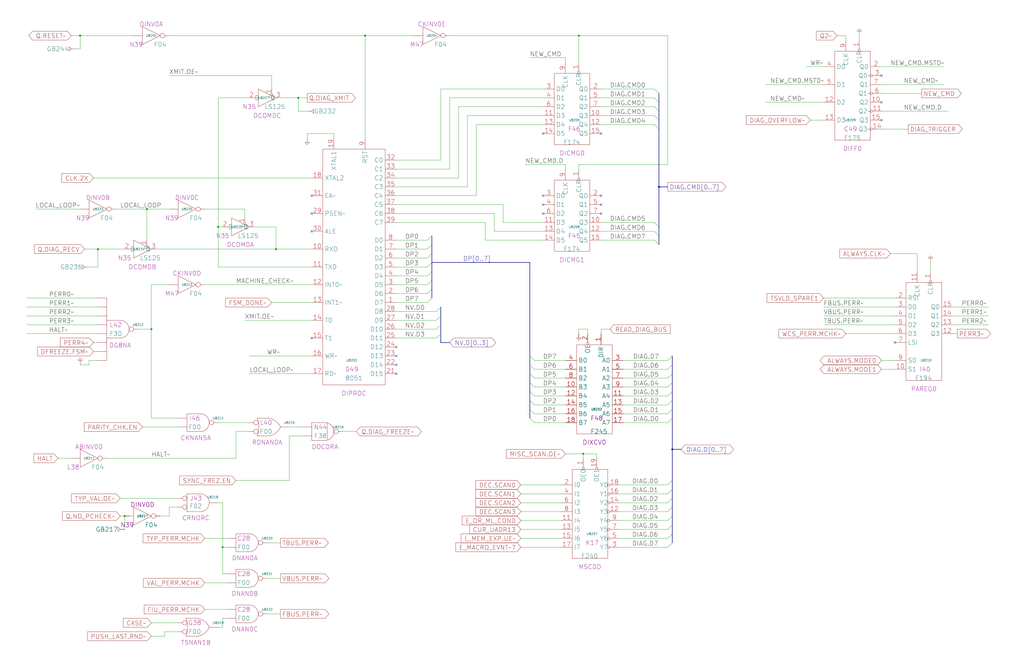
<source format=kicad_sch>
(kicad_sch (version 20220126) (generator eeschema)
  (paper "User" 584.2 378.46)
  (title_block (title "DIAGNOSTIC PROCESSOR") (date "22-MAY-90") (rev "1.0") (comment 1 "SEQUENCER") (comment 2 "232-003064") (comment 3 "S400") (comment 4 "RELEASED"))
  (bus (pts (xy 246.38 134.62) (xy 246.38 139.7)))
  (bus (pts (xy 246.38 139.7) (xy 246.38 144.78)))
  (bus (pts (xy 246.38 144.78) (xy 246.38 149.86)))
  (bus (pts (xy 246.38 149.86) (xy 246.38 154.94)))
  (bus (pts (xy 246.38 149.86) (xy 302.26 149.86)))
  (bus (pts (xy 246.38 154.94) (xy 246.38 160.02)))
  (bus (pts (xy 246.38 160.02) (xy 246.38 165.1)))
  (bus (pts (xy 246.38 165.1) (xy 246.38 170.18)))
  (bus (pts (xy 251.46 175.26) (xy 251.46 180.34)))
  (bus (pts (xy 251.46 180.34) (xy 251.46 185.42)))
  (bus (pts (xy 251.46 185.42) (xy 251.46 190.5)))
  (bus (pts (xy 251.46 190.5) (xy 251.46 195.58)))
  (bus (pts (xy 251.46 195.58) (xy 256.54 195.58)))
  (bus (pts (xy 302.26 149.86) (xy 302.26 203.2)))
  (bus (pts (xy 302.26 203.2) (xy 302.26 208.28)))
  (bus (pts (xy 302.26 208.28) (xy 302.26 213.36)))
  (bus (pts (xy 302.26 213.36) (xy 302.26 218.44)))
  (bus (pts (xy 302.26 218.44) (xy 302.26 223.52)))
  (bus (pts (xy 302.26 223.52) (xy 302.26 228.6)))
  (bus (pts (xy 302.26 228.6) (xy 302.26 233.68)))
  (bus (pts (xy 302.26 233.68) (xy 302.26 238.76)))
  (bus (pts (xy 375.92 106.68) (xy 375.92 129.54)))
  (bus (pts (xy 375.92 106.68) (xy 381 106.68)))
  (bus (pts (xy 375.92 129.54) (xy 375.92 134.62)))
  (bus (pts (xy 375.92 134.62) (xy 375.92 139.7)))
  (bus (pts (xy 375.92 53.34) (xy 375.92 58.42)))
  (bus (pts (xy 375.92 58.42) (xy 375.92 63.5)))
  (bus (pts (xy 375.92 63.5) (xy 375.92 68.58)))
  (bus (pts (xy 375.92 68.58) (xy 375.92 73.66)))
  (bus (pts (xy 375.92 73.66) (xy 375.92 106.68)))
  (bus (pts (xy 383.54 203.2) (xy 383.54 208.28)))
  (bus (pts (xy 383.54 208.28) (xy 383.54 213.36)))
  (bus (pts (xy 383.54 213.36) (xy 383.54 218.44)))
  (bus (pts (xy 383.54 218.44) (xy 383.54 223.52)))
  (bus (pts (xy 383.54 223.52) (xy 383.54 228.6)))
  (bus (pts (xy 383.54 228.6) (xy 383.54 233.68)))
  (bus (pts (xy 383.54 233.68) (xy 383.54 238.76)))
  (bus (pts (xy 383.54 238.76) (xy 383.54 256.54)))
  (bus (pts (xy 383.54 256.54) (xy 383.54 274.32)))
  (bus (pts (xy 383.54 256.54) (xy 388.62 256.54)))
  (bus (pts (xy 383.54 274.32) (xy 383.54 279.4)))
  (bus (pts (xy 383.54 279.4) (xy 383.54 284.48)))
  (bus (pts (xy 383.54 284.48) (xy 383.54 289.56)))
  (bus (pts (xy 383.54 289.56) (xy 383.54 294.64)))
  (bus (pts (xy 383.54 294.64) (xy 383.54 299.72)))
  (bus (pts (xy 383.54 299.72) (xy 383.54 304.8)))
  (bus (pts (xy 383.54 304.8) (xy 383.54 309.88)))
  (wire (pts (xy 101.6 238.76) (xy 86.36 238.76)))
  (wire (pts (xy 101.6 289.56) (xy 96.52 289.56)))
  (wire (pts (xy 101.6 360.68) (xy 93.98 360.68)))
  (wire (pts (xy 116.84 119.38) (xy 139.7 119.38)))
  (wire (pts (xy 116.84 162.56) (xy 177.8 162.56)))
  (wire (pts (xy 116.84 307.34) (xy 129.54 307.34)))
  (wire (pts (xy 116.84 332.74) (xy 129.54 332.74)))
  (wire (pts (xy 116.84 347.98) (xy 129.54 347.98)))
  (wire (pts (xy 124.46 129.54) (xy 124.46 152.4)))
  (wire (pts (xy 124.46 129.54) (xy 127 129.54)))
  (wire (pts (xy 124.46 152.4) (xy 177.8 152.4)))
  (wire (pts (xy 124.46 241.3) (xy 142.24 241.3)))
  (wire (pts (xy 124.46 287.02) (xy 127 287.02)))
  (wire (pts (xy 124.46 55.88) (xy 124.46 129.54)))
  (wire (pts (xy 127 287.02) (xy 127 312.42)))
  (wire (pts (xy 127 312.42) (xy 127 327.66)))
  (wire (pts (xy 127 312.42) (xy 129.54 312.42)))
  (wire (pts (xy 127 327.66) (xy 129.54 327.66)))
  (wire (pts (xy 127 353.06) (xy 127 358.14)))
  (wire (pts (xy 127 358.14) (xy 124.46 358.14)))
  (wire (pts (xy 129.54 353.06) (xy 127 353.06)))
  (wire (pts (xy 134.62 246.38) (xy 142.24 246.38)))
  (wire (pts (xy 134.62 261.62) (xy 134.62 246.38)))
  (wire (pts (xy 134.62 274.32) (xy 165.1 274.32)))
  (wire (pts (xy 139.7 119.38) (xy 139.7 124.46)))
  (wire (pts (xy 139.7 182.88) (xy 177.8 182.88)))
  (wire (pts (xy 142.24 203.2) (xy 177.8 203.2)))
  (wire (pts (xy 142.24 213.36) (xy 177.8 213.36)))
  (wire (pts (xy 142.24 55.88) (xy 124.46 55.88)))
  (wire (pts (xy 144.78 129.54) (xy 157.48 129.54)))
  (wire (pts (xy 15.24 170.18) (xy 55.88 170.18)))
  (wire (pts (xy 15.24 175.26) (xy 55.88 175.26)))
  (wire (pts (xy 15.24 180.34) (xy 55.88 180.34)))
  (wire (pts (xy 15.24 185.42) (xy 55.88 185.42)))
  (wire (pts (xy 15.24 190.5) (xy 55.88 190.5)))
  (wire (pts (xy 152.4 309.88) (xy 160.02 309.88)))
  (wire (pts (xy 152.4 330.2) (xy 160.02 330.2)))
  (wire (pts (xy 152.4 350.52) (xy 160.02 350.52)))
  (wire (pts (xy 154.94 172.72) (xy 177.8 172.72)))
  (wire (pts (xy 154.94 50.8) (xy 154.94 43.18)))
  (wire (pts (xy 157.48 129.54) (xy 157.48 142.24)))
  (wire (pts (xy 157.48 142.24) (xy 177.8 142.24)))
  (wire (pts (xy 160.02 55.88) (xy 170.18 55.88)))
  (wire (pts (xy 165.1 243.84) (xy 172.72 243.84)))
  (wire (pts (xy 165.1 248.92) (xy 172.72 248.92)))
  (wire (pts (xy 165.1 274.32) (xy 165.1 248.92)))
  (wire (pts (xy 170.18 55.88) (xy 175.26 55.88)))
  (wire (pts (xy 170.18 63.5) (xy 170.18 55.88)))
  (wire (pts (xy 175.26 63.5) (xy 170.18 63.5)))
  (wire (pts (xy 175.26 76.2) (xy 190.5 76.2)))
  (wire (pts (xy 175.26 78.74) (xy 175.26 76.2)))
  (wire (pts (xy 190.5 76.2) (xy 190.5 78.74)))
  (wire (pts (xy 195.58 246.38) (xy 203.2 246.38)))
  (wire (pts (xy 20.32 119.38) (xy 45.72 119.38)))
  (wire (pts (xy 208.28 20.32) (xy 236.22 20.32)))
  (wire (pts (xy 208.28 78.74) (xy 208.28 20.32)))
  (wire (pts (xy 226.06 101.6) (xy 261.62 101.6)))
  (wire (pts (xy 226.06 106.68) (xy 266.7 106.68)))
  (wire (pts (xy 226.06 111.76) (xy 271.78 111.76)))
  (wire (pts (xy 226.06 116.84) (xy 287.02 116.84)))
  (wire (pts (xy 226.06 121.92) (xy 281.94 121.92)))
  (wire (pts (xy 226.06 127) (xy 276.86 127)))
  (wire (pts (xy 226.06 137.16) (xy 243.84 137.16)))
  (wire (pts (xy 226.06 142.24) (xy 243.84 142.24)))
  (wire (pts (xy 226.06 147.32) (xy 243.84 147.32)))
  (wire (pts (xy 226.06 152.4) (xy 243.84 152.4)))
  (wire (pts (xy 226.06 157.48) (xy 243.84 157.48)))
  (wire (pts (xy 226.06 162.56) (xy 243.84 162.56)))
  (wire (pts (xy 226.06 167.64) (xy 243.84 167.64)))
  (wire (pts (xy 226.06 172.72) (xy 243.84 172.72)))
  (wire (pts (xy 226.06 177.8) (xy 248.92 177.8)))
  (wire (pts (xy 226.06 182.88) (xy 248.92 182.88)))
  (wire (pts (xy 226.06 187.96) (xy 248.92 187.96)))
  (wire (pts (xy 226.06 193.04) (xy 248.92 193.04)))
  (wire (pts (xy 226.06 91.44) (xy 251.46 91.44)))
  (wire (pts (xy 226.06 96.52) (xy 256.54 96.52)))
  (wire (pts (xy 251.46 50.8) (xy 309.88 50.8)))
  (wire (pts (xy 251.46 91.44) (xy 251.46 50.8)))
  (wire (pts (xy 256.54 20.32) (xy 330.2 20.32)))
  (wire (pts (xy 256.54 55.88) (xy 309.88 55.88)))
  (wire (pts (xy 256.54 96.52) (xy 256.54 55.88)))
  (wire (pts (xy 261.62 101.6) (xy 261.62 60.96)))
  (wire (pts (xy 261.62 60.96) (xy 309.88 60.96)))
  (wire (pts (xy 266.7 106.68) (xy 266.7 66.04)))
  (wire (pts (xy 266.7 66.04) (xy 309.88 66.04)))
  (wire (pts (xy 271.78 111.76) (xy 271.78 71.12)))
  (wire (pts (xy 271.78 71.12) (xy 309.88 71.12)))
  (wire (pts (xy 276.86 127) (xy 276.86 137.16)))
  (wire (pts (xy 276.86 137.16) (xy 309.88 137.16)))
  (wire (pts (xy 281.94 121.92) (xy 281.94 132.08)))
  (wire (pts (xy 281.94 132.08) (xy 309.88 132.08)))
  (wire (pts (xy 287.02 116.84) (xy 287.02 127)))
  (wire (pts (xy 287.02 127) (xy 309.88 127)))
  (wire (pts (xy 297.18 276.86) (xy 320.04 276.86)))
  (wire (pts (xy 297.18 281.94) (xy 320.04 281.94)))
  (wire (pts (xy 297.18 287.02) (xy 320.04 287.02)))
  (wire (pts (xy 297.18 292.1) (xy 320.04 292.1)))
  (wire (pts (xy 297.18 297.18) (xy 320.04 297.18)))
  (wire (pts (xy 297.18 302.26) (xy 320.04 302.26)))
  (wire (pts (xy 297.18 307.34) (xy 320.04 307.34)))
  (wire (pts (xy 297.18 312.42) (xy 320.04 312.42)))
  (wire (pts (xy 299.72 93.98) (xy 322.58 93.98)))
  (wire (pts (xy 302.26 33.02) (xy 322.58 33.02)))
  (wire (pts (xy 322.58 205.74) (xy 304.8 205.74)))
  (wire (pts (xy 322.58 210.82) (xy 304.8 210.82)))
  (wire (pts (xy 322.58 215.9) (xy 304.8 215.9)))
  (wire (pts (xy 322.58 220.98) (xy 304.8 220.98)))
  (wire (pts (xy 322.58 226.06) (xy 304.8 226.06)))
  (wire (pts (xy 322.58 231.14) (xy 304.8 231.14)))
  (wire (pts (xy 322.58 236.22) (xy 304.8 236.22)))
  (wire (pts (xy 322.58 241.3) (xy 304.8 241.3)))
  (wire (pts (xy 322.58 259.08) (xy 332.74 259.08)))
  (wire (pts (xy 322.58 33.02) (xy 322.58 35.56)))
  (wire (pts (xy 322.58 93.98) (xy 322.58 96.52)))
  (wire (pts (xy 33.02 261.62) (xy 40.64 261.62)))
  (wire (pts (xy 330.2 187.96) (xy 330.2 190.5)))
  (wire (pts (xy 330.2 20.32) (xy 330.2 35.56)))
  (wire (pts (xy 330.2 20.32) (xy 381 20.32)))
  (wire (pts (xy 330.2 93.98) (xy 381 93.98)))
  (wire (pts (xy 330.2 96.52) (xy 330.2 93.98)))
  (wire (pts (xy 332.74 259.08) (xy 332.74 261.62)))
  (wire (pts (xy 332.74 259.08) (xy 340.36 259.08)))
  (wire (pts (xy 335.28 187.96) (xy 330.2 187.96)))
  (wire (pts (xy 335.28 190.5) (xy 335.28 187.96)))
  (wire (pts (xy 340.36 259.08) (xy 340.36 261.62)))
  (wire (pts (xy 342.9 127) (xy 373.38 127)))
  (wire (pts (xy 342.9 132.08) (xy 373.38 132.08)))
  (wire (pts (xy 342.9 137.16) (xy 373.38 137.16)))
  (wire (pts (xy 342.9 187.96) (xy 342.9 190.5)))
  (wire (pts (xy 342.9 50.8) (xy 373.38 50.8)))
  (wire (pts (xy 342.9 55.88) (xy 373.38 55.88)))
  (wire (pts (xy 342.9 60.96) (xy 373.38 60.96)))
  (wire (pts (xy 342.9 66.04) (xy 373.38 66.04)))
  (wire (pts (xy 342.9 71.12) (xy 373.38 71.12)))
  (wire (pts (xy 347.98 187.96) (xy 342.9 187.96)))
  (wire (pts (xy 353.06 276.86) (xy 381 276.86)))
  (wire (pts (xy 353.06 281.94) (xy 381 281.94)))
  (wire (pts (xy 353.06 287.02) (xy 381 287.02)))
  (wire (pts (xy 353.06 292.1) (xy 381 292.1)))
  (wire (pts (xy 353.06 297.18) (xy 381 297.18)))
  (wire (pts (xy 353.06 302.26) (xy 381 302.26)))
  (wire (pts (xy 353.06 307.34) (xy 381 307.34)))
  (wire (pts (xy 353.06 312.42) (xy 381 312.42)))
  (wire (pts (xy 381 205.74) (xy 355.6 205.74)))
  (wire (pts (xy 381 210.82) (xy 355.6 210.82)))
  (wire (pts (xy 381 215.9) (xy 355.6 215.9)))
  (wire (pts (xy 381 220.98) (xy 355.6 220.98)))
  (wire (pts (xy 381 226.06) (xy 355.6 226.06)))
  (wire (pts (xy 381 231.14) (xy 355.6 231.14)))
  (wire (pts (xy 381 236.22) (xy 355.6 236.22)))
  (wire (pts (xy 381 241.3) (xy 355.6 241.3)))
  (wire (pts (xy 381 93.98) (xy 381 20.32)))
  (wire (pts (xy 40.64 20.32) (xy 45.72 20.32)))
  (wire (pts (xy 43.18 27.94) (xy 45.72 27.94)))
  (wire (pts (xy 436.88 48.26) (xy 469.9 48.26)))
  (wire (pts (xy 436.88 58.42) (xy 469.9 58.42)))
  (wire (pts (xy 45.72 20.32) (xy 76.2 20.32)))
  (wire (pts (xy 45.72 208.28) (xy 50.8 208.28)))
  (wire (pts (xy 45.72 27.94) (xy 45.72 20.32)))
  (wire (pts (xy 459.74 38.1) (xy 469.9 38.1)))
  (wire (pts (xy 462.28 68.58) (xy 469.9 68.58)))
  (wire (pts (xy 469.9 170.18) (xy 510.54 170.18)))
  (wire (pts (xy 469.9 175.26) (xy 510.54 175.26)))
  (wire (pts (xy 469.9 180.34) (xy 510.54 180.34)))
  (wire (pts (xy 469.9 185.42) (xy 510.54 185.42)))
  (wire (pts (xy 477.52 20.32) (xy 482.6 20.32)))
  (wire (pts (xy 48.26 142.24) (xy 55.88 142.24)))
  (wire (pts (xy 482.6 190.5) (xy 510.54 190.5)))
  (wire (pts (xy 482.6 20.32) (xy 482.6 22.86)))
  (wire (pts (xy 490.22 20.32) (xy 490.22 22.86)))
  (wire (pts (xy 50.8 152.4) (xy 55.88 152.4)))
  (wire (pts (xy 50.8 205.74) (xy 50.8 208.28)))
  (wire (pts (xy 502.92 205.74) (xy 510.54 205.74)))
  (wire (pts (xy 502.92 210.82) (xy 510.54 210.82)))
  (wire (pts (xy 502.92 38.1) (xy 538.48 38.1)))
  (wire (pts (xy 502.92 48.26) (xy 538.48 48.26)))
  (wire (pts (xy 502.92 53.34) (xy 525.78 53.34)))
  (wire (pts (xy 502.92 63.5) (xy 541.02 63.5)))
  (wire (pts (xy 502.92 73.66) (xy 518.16 73.66)))
  (wire (pts (xy 508 144.78) (xy 523.24 144.78)))
  (wire (pts (xy 523.24 154.94) (xy 523.24 144.78)))
  (wire (pts (xy 53.34 101.6) (xy 177.8 101.6)))
  (wire (pts (xy 53.34 195.58) (xy 55.88 195.58)))
  (wire (pts (xy 53.34 200.66) (xy 55.88 200.66)))
  (wire (pts (xy 530.86 149.86) (xy 530.86 154.94)))
  (wire (pts (xy 543.56 175.26) (xy 563.88 175.26)))
  (wire (pts (xy 543.56 180.34) (xy 563.88 180.34)))
  (wire (pts (xy 543.56 185.42) (xy 563.88 185.42)))
  (wire (pts (xy 543.56 190.5) (xy 546.1 190.5)))
  (wire (pts (xy 55.88 142.24) (xy 71.12 142.24)))
  (wire (pts (xy 55.88 152.4) (xy 55.88 142.24)))
  (wire (pts (xy 55.88 205.74) (xy 50.8 205.74)))
  (wire (pts (xy 60.96 261.62) (xy 134.62 261.62)))
  (wire (pts (xy 66.04 119.38) (xy 83.82 119.38)))
  (wire (pts (xy 68.58 284.48) (xy 101.6 284.48)))
  (wire (pts (xy 68.58 294.64) (xy 71.12 294.64)))
  (wire (pts (xy 71.12 294.64) (xy 71.12 302.26)))
  (wire (pts (xy 78.74 187.96) (xy 86.36 187.96)))
  (wire (pts (xy 81.28 243.84) (xy 101.6 243.84)))
  (wire (pts (xy 83.82 119.38) (xy 83.82 137.16)))
  (wire (pts (xy 83.82 119.38) (xy 96.52 119.38)))
  (wire (pts (xy 86.36 162.56) (xy 96.52 162.56)))
  (wire (pts (xy 86.36 187.96) (xy 86.36 162.56)))
  (wire (pts (xy 86.36 238.76) (xy 86.36 187.96)))
  (wire (pts (xy 86.36 355.6) (xy 101.6 355.6)))
  (wire (pts (xy 86.36 363.22) (xy 93.98 363.22)))
  (wire (pts (xy 88.9 142.24) (xy 157.48 142.24)))
  (wire (pts (xy 91.44 294.64) (xy 96.52 294.64)))
  (wire (pts (xy 93.98 360.68) (xy 93.98 363.22)))
  (wire (pts (xy 96.52 20.32) (xy 208.28 20.32)))
  (wire (pts (xy 96.52 289.56) (xy 96.52 294.64)))
  (wire (pts (xy 96.52 43.18) (xy 154.94 43.18)))
  (label "LOCAL_LOOP~" (at 20.32 119.38 0) (effects (font (size 2.54 2.54))))
  (label "PERR0~" (at 27.94 170.18 0) (effects (font (size 2.54 2.54))))
  (label "PERR1~" (at 27.94 175.26 0) (effects (font (size 2.54 2.54))))
  (label "PERR2~" (at 27.94 180.34 0) (effects (font (size 2.54 2.54))))
  (label "PERR3~" (at 27.94 185.42 0) (effects (font (size 2.54 2.54))))
  (label "HALT~" (at 27.94 190.5 0) (effects (font (size 2.54 2.54))))
  (global_label "HALT" (shape input) (at 33.02 261.62 180) (effects (font (size 2.54 2.54))) (property "Intersheet References" "${INTERSHEET_REFS}" (at 19.3645 261.4613 0) (effects (font (size 1.905 1.905)) (justify right))))
  (global_label "Q.RESET~" (shape bidirectional) (at 40.64 20.32 180) (effects (font (size 2.54 2.54))) (property "Intersheet References" "${INTERSHEET_REFS}" (at 18.6388 20.1613 0) (effects (font (size 1.905 1.905)) (justify right))))
  (symbol (lib_id "r1000:GB") (at 43.18 27.94 0) (mirror y) (unit 1)
    (property "Reference" "GB244" (at 39.37 27.94 0) (effects (font (size 2.54 2.54)) (justify left)))
    (property "Value" "GB" (effects hide))
  )
  (junction (at 45.72 20.32))
  (symbol (lib_id "r1000:PU") (at 45.72 208.28 0) (unit 1)
    (property "Reference" "#PWR0119" (effects hide))
    (property "Value" "PU" (effects hide))
  )
  (global_label "Q.DIAG_RECV" (shape input) (at 48.26 142.24 180) (effects (font (size 2.54 2.54))) (property "Intersheet References" "${INTERSHEET_REFS}" (at 19.2254 142.0813 0) (effects (font (size 1.905 1.905)) (justify right))))
  (symbol (lib_id "r1000:GB") (at 50.8 152.4 0) (mirror y) (unit 1)
    (property "Reference" "GB236" (at 46.99 152.4 0) (effects (font (size 2.54 2.54)) (justify left)))
    (property "Value" "GB" (effects hide))
  )
  (symbol (lib_id "r1000:F04") (at 50.8 261.62 0) (unit 1)
    (property "Reference" "U8211" (at 50.8 261.62 0))
    (property "Value" "F04" (at 52.07 266.7 0) (effects (font (size 2.54 2.54)) (justify left)))
    (property "Location" "L38" (at 38.1 266.7 0) (effects (font (size 2.54 2.54)) (justify left)))
    (property "Name" "ABINV0D" (at 50.8 256.54 0) (effects (font (size 2.54 2.54)) (justify bottom)))
  )
  (global_label "CLK.2X" (shape input) (at 53.34 101.6 180) (effects (font (size 2.54 2.54))) (property "Intersheet References" "${INTERSHEET_REFS}" (at 34.9492 101.4413 0) (effects (font (size 1.905 1.905)) (justify right))))
  (global_label "PERR4~" (shape input) (at 53.34 195.58 180) (effects (font (size 2.54 2.54))) (property "Intersheet References" "${INTERSHEET_REFS}" (at 34.3626 195.4213 0) (effects (font (size 1.905 1.905)) (justify right))))
  (global_label "DFREEZE.FSM~" (shape input) (at 53.34 200.66 180) (effects (font (size 2.54 2.54))) (property "Intersheet References" "${INTERSHEET_REFS}" (at 21.4207 200.5013 0) (effects (font (size 1.905 1.905)) (justify right))))
  (symbol (lib_id "r1000:F04") (at 55.88 119.38 0) (unit 1)
    (property "Reference" "U8223" (at 55.88 119.38 0))
    (property "Value" "F04" (at 57.15 124.46 0) (effects (font (size 2.54 2.54)) (justify left)))
    (property "Location" "N39" (at 43.18 124.46 0) (effects (font (size 2.54 2.54)) (justify left)))
    (property "Name" "DINV0B" (at 55.88 114.3 0) (effects (font (size 2.54 2.54)) (justify bottom)))
  )
  (junction (at 55.88 142.24))
  (symbol (lib_id "r1000:F30") (at 63.5 187.96 0) (unit 1)
    (property "Reference" "U8212" (at 78.74 185.42 0))
    (property "Value" "F30" (at 66.04 190.5 0) (effects (font (size 2.54 2.54))))
    (property "Location" "L42" (at 66.04 185.42 0) (effects (font (size 2.54 2.54))))
    (property "Name" "DG8NA" (at 68.58 198.58 0) (effects (font (size 2.54 2.54)) (justify bottom)))
  )
  (label "LOCAL_LOOP" (at 68.58 119.38 0) (effects (font (size 2.54 2.54))))
  (global_label "TYP_VAL.OE~" (shape input) (at 68.58 284.48 180) (effects (font (size 2.54 2.54))) (property "Intersheet References" "${INTERSHEET_REFS}" (at 40.773 284.3213 0) (effects (font (size 1.905 1.905)) (justify right))))
  (global_label "Q.NO_PCHECK~" (shape input) (at 68.58 294.64 180) (effects (font (size 2.54 2.54))) (property "Intersheet References" "${INTERSHEET_REFS}" (at 35.693 294.4813 0) (effects (font (size 1.905 1.905)) (justify right))))
  (junction (at 71.12 294.64))
  (symbol (lib_id "r1000:GB") (at 71.12 302.26 0) (mirror y) (unit 1)
    (property "Reference" "GB217" (at 67.31 302.26 0) (effects (font (size 2.54 2.54)) (justify left)))
    (property "Value" "GB" (effects hide))
  )
  (symbol (lib_id "r1000:LS125") (at 78.74 142.24 0) (unit 1)
    (property "Reference" "U8224" (at 79.375 142.24 0))
    (property "Value" "LS125" (at 85.725 147.32 0) (effects (font (size 2.54 2.54))))
    (property "Location" "N35" (at 71.12 147.32 0) (effects (font (size 2.54 2.54))))
    (property "Name" "DCOMDB" (at 81.28 152.4 0) (effects (font (size 2.54 2.54))))
  )
  (global_label "PARITY_CHK.EN" (shape input) (at 81.28 243.84 180) (effects (font (size 2.54 2.54))) (property "Intersheet References" "${INTERSHEET_REFS}" (at 48.0302 243.6813 0) (effects (font (size 1.905 1.905)) (justify right))))
  (symbol (lib_id "r1000:F04") (at 81.28 294.64 0) (unit 1)
    (property "Reference" "U8217" (at 81.28 294.64 0))
    (property "Value" "F04" (at 82.55 299.72 0) (effects (font (size 2.54 2.54)) (justify left)))
    (property "Location" "N39" (at 68.58 299.72 0) (effects (font (size 2.54 2.54)) (justify left)))
    (property "Name" "DINV0D" (at 81.28 289.56 0) (effects (font (size 2.54 2.54)) (justify bottom)))
  )
  (junction (at 83.82 119.38))
  (symbol (lib_id "r1000:F04") (at 86.36 20.32 0) (unit 1)
    (property "Reference" "U8201" (at 86.36 20.32 0))
    (property "Value" "F04" (at 87.63 25.4 0) (effects (font (size 2.54 2.54)) (justify left)))
    (property "Location" "N39" (at 73.66 25.4 0) (effects (font (size 2.54 2.54)) (justify left)))
    (property "Name" "DINV0A" (at 86.36 15.24 0) (effects (font (size 2.54 2.54)) (justify bottom)))
  )
  (junction (at 86.36 187.96))
  (label "HALT~" (at 86.36 261.62 0) (effects (font (size 2.54 2.54))))
  (global_label "CASE~" (shape input) (at 86.36 355.6 180) (effects (font (size 2.54 2.54))) (property "Intersheet References" "${INTERSHEET_REFS}" (at 70.2854 355.4413 0) (effects (font (size 1.905 1.905)) (justify right))))
  (global_label "PUSH_LAST.RND~" (shape input) (at 86.36 363.22 180) (effects (font (size 2.54 2.54))) (property "Intersheet References" "${INTERSHEET_REFS}" (at 49.9654 363.0613 0) (effects (font (size 1.905 1.905)) (justify right))))
  (label "XMIT.OE~" (at 96.52 43.18 0) (effects (font (size 2.54 2.54))))
  (symbol (lib_id "r1000:F04") (at 106.68 119.38 0) (unit 1)
    (property "Reference" "U8225" (at 106.68 119.38 0))
    (property "Value" "F04" (at 107.95 124.46 0) (effects (font (size 2.54 2.54)) (justify left)))
    (property "Location" "N39" (at 93.98 124.46 0) (effects (font (size 2.54 2.54)) (justify left)))
    (property "Name" "DINV0C" (at 106.68 114.3 0) (effects (font (size 2.54 2.54)) (justify bottom)))
  )
  (symbol (lib_id "r1000:F04") (at 106.68 162.56 0) (unit 1)
    (property "Reference" "U8213" (at 106.68 162.56 0))
    (property "Value" "F04" (at 107.95 167.64 0) (effects (font (size 2.54 2.54)) (justify left)))
    (property "Location" "M47" (at 93.98 167.64 0) (effects (font (size 2.54 2.54)) (justify left)))
    (property "Name" "CKINV0D" (at 106.68 157.48 0) (effects (font (size 2.54 2.54)) (justify bottom)))
  )
  (symbol (lib_id "r1000:F00") (at 109.22 238.76 0) (unit 1)
    (property "Reference" "U8214" (at 124.46 238.76 0))
    (property "Value" "F00" (at 111.125 243.84 0) (effects (font (size 2.54 2.54))))
    (property "Location" "I46" (at 111.125 238.76 0) (effects (font (size 2.54 2.54))))
    (property "Name" "CKNAN5A" (at 111.76 251.46 0) (effects (font (size 2.54 2.54)) (justify bottom)))
  )
  (symbol (lib_id "r1000:F02") (at 109.22 284.48 0) (unit 1) (convert 2)
    (property "Reference" "U8218" (at 121.38 283.845 0))
    (property "Value" "F02" (at 107.95 288.925 0) (effects (font (size 2.54 2.54)) (justify left)))
    (property "Location" "J43" (at 111.76 284.48 0) (effects (font (size 2.54 2.54))))
    (property "Name" "CRNORC" (at 111.76 297.18 0) (effects (font (size 2.54 2.54)) (justify bottom)))
  )
  (symbol (lib_id "r1000:F00") (at 109.22 355.6 0) (unit 1) (convert 2)
    (property "Reference" "U8219" (at 124.46 355.6 0))
    (property "Value" "F00" (at 111.125 360.68 0) (effects (font (size 2.54 2.54))))
    (property "Location" "G38" (at 111.125 355.6 0) (effects (font (size 2.54 2.54))))
    (property "Name" "TSNAN1B" (at 111.76 368.3 0) (effects (font (size 2.54 2.54)) (justify bottom)))
  )
  (global_label "TYP_PERR.MCHK" (shape input) (at 116.84 307.34 180) (effects (font (size 2.54 2.54))) (property "Intersheet References" "${INTERSHEET_REFS}" (at 81.655 307.1813 0) (effects (font (size 1.905 1.905)) (justify right))))
  (global_label "VAL_PERR.MCHK" (shape input) (at 116.84 332.74 180) (effects (font (size 2.54 2.54))) (property "Intersheet References" "${INTERSHEET_REFS}" (at 81.8969 332.5813 0) (effects (font (size 1.905 1.905)) (justify right))))
  (global_label "FIU_PERR.MCHK" (shape input) (at 116.84 347.98 180) (effects (font (size 2.54 2.54))) (property "Intersheet References" "${INTERSHEET_REFS}" (at 82.2597 347.8213 0) (effects (font (size 1.905 1.905)) (justify right))))
  (junction (at 124.46 129.54))
  (junction (at 127 312.42))
  (symbol (lib_id "r1000:LS125") (at 134.62 129.54 0) (unit 1)
    (property "Reference" "U8226" (at 135.255 129.54 0))
    (property "Value" "LS125" (at 141.605 134.62 0) (effects (font (size 2.54 2.54))))
    (property "Location" "N35" (at 127 134.62 0) (effects (font (size 2.54 2.54))))
    (property "Name" "DCOMDA" (at 137.16 139.7 0) (effects (font (size 2.54 2.54))))
  )
  (label "MACHINE_CHECK~" (at 134.62 162.56 0) (effects (font (size 2.54 2.54))))
  (global_label "SYNC_FREZ.EN" (shape input) (at 134.62 274.32 180) (effects (font (size 2.54 2.54))) (property "Intersheet References" "${INTERSHEET_REFS}" (at 102.4588 274.1613 0) (effects (font (size 1.905 1.905)) (justify right))))
  (symbol (lib_id "r1000:F00") (at 137.16 307.34 0) (unit 1)
    (property "Reference" "U8220" (at 152.4 307.34 0))
    (property "Value" "F00" (at 139.065 312.42 0) (effects (font (size 2.54 2.54))))
    (property "Location" "C28" (at 139.065 307.34 0) (effects (font (size 2.54 2.54))))
    (property "Name" "DNAN0A" (at 139.7 320.04 0) (effects (font (size 2.54 2.54)) (justify bottom)))
  )
  (symbol (lib_id "r1000:F00") (at 137.16 327.66 0) (unit 1)
    (property "Reference" "U8221" (at 152.4 327.66 0))
    (property "Value" "F00" (at 139.065 332.74 0) (effects (font (size 2.54 2.54))))
    (property "Location" "C28" (at 139.065 327.66 0) (effects (font (size 2.54 2.54))))
    (property "Name" "DNAN0B" (at 139.7 340.36 0) (effects (font (size 2.54 2.54)) (justify bottom)))
  )
  (symbol (lib_id "r1000:F00") (at 137.16 347.98 0) (unit 1)
    (property "Reference" "U8222" (at 152.4 347.98 0))
    (property "Value" "F00" (at 139.065 353.06 0) (effects (font (size 2.54 2.54))))
    (property "Location" "C28" (at 139.065 347.98 0) (effects (font (size 2.54 2.54))))
    (property "Name" "DNAN0C" (at 139.7 360.68 0) (effects (font (size 2.54 2.54)) (justify bottom)))
  )
  (label "XMIT.OE~" (at 139.7 182.88 0) (effects (font (size 2.54 2.54))))
  (label "LOCAL_LOOP~" (at 142.24 213.36 0) (effects (font (size 2.54 2.54))))
  (symbol (lib_id "r1000:LS125") (at 149.86 55.88 0) (unit 1)
    (property "Reference" "U8227" (at 150.495 55.88 0))
    (property "Value" "LS125" (at 156.845 60.96 0) (effects (font (size 2.54 2.54))))
    (property "Location" "N35" (at 142.24 60.96 0) (effects (font (size 2.54 2.54))))
    (property "Name" "DCOMDC" (at 152.4 66.04 0) (effects (font (size 2.54 2.54))))
  )
  (symbol (lib_id "r1000:F00") (at 149.86 241.3 0) (unit 1) (convert 2)
    (property "Reference" "U8215" (at 165.1 241.3 0))
    (property "Value" "F00" (at 151.765 246.38 0) (effects (font (size 2.54 2.54))))
    (property "Location" "L40" (at 151.765 241.3 0) (effects (font (size 2.54 2.54))))
    (property "Name" "RDNAN0A" (at 152.4 254 0) (effects (font (size 2.54 2.54)) (justify bottom)))
  )
  (label "WR~" (at 152.4 203.2 0) (effects (font (size 2.54 2.54))))
  (global_label "FSM_DONE~" (shape input) (at 154.94 172.72 180) (effects (font (size 2.54 2.54))) (property "Intersheet References" "${INTERSHEET_REFS}" (at 128.7054 172.5613 0) (effects (font (size 1.905 1.905)) (justify right))))
  (junction (at 157.48 142.24))
  (global_label "TBUS.PERR~" (shape output) (at 160.02 309.88 0) (effects (font (size 2.54 2.54))) (property "Intersheet References" "${INTERSHEET_REFS}" (at 187.3431 309.7213 0) (effects (font (size 1.905 1.905)) (justify left))))
  (global_label "VBUS.PERR~" (shape output) (at 160.02 330.2 0) (effects (font (size 2.54 2.54))) (property "Intersheet References" "${INTERSHEET_REFS}" (at 187.585 330.0413 0) (effects (font (size 1.905 1.905)) (justify left))))
  (global_label "FBUS.PERR~" (shape output) (at 160.02 350.52 0) (effects (font (size 2.54 2.54))) (property "Intersheet References" "${INTERSHEET_REFS}" (at 187.585 350.3613 0) (effects (font (size 1.905 1.905)) (justify left))))
  (junction (at 170.18 55.88))
  (global_label "Q.DIAG_XMIT" (shape output) (at 175.26 55.88 0) (effects (font (size 2.54 2.54))) (property "Intersheet References" "${INTERSHEET_REFS}" (at 203.206 55.7213 0) (effects (font (size 1.905 1.905)) (justify left))))
  (symbol (lib_id "r1000:GB") (at 175.26 63.5 0) (unit 1)
    (property "Reference" "GB232" (at 179.07 63.5 0) (effects (font (size 2.54 2.54)) (justify left)))
    (property "Value" "GB" (effects hide))
  )
  (symbol (lib_id "r1000:PD") (at 175.26 78.74 0) (unit 1) (in_bom no)
    (property "Reference" "#PWR0102" (effects hide))
    (property "Value" "PD" (effects hide))
  )
  (no_connect (at 177.8 111.76))
  (no_connect (at 177.8 121.92))
  (no_connect (at 177.8 132.08))
  (no_connect (at 177.8 193.04))
  (symbol (lib_id "r1000:F38") (at 180.34 246.38 0) (unit 1)
    (property "Reference" "U8216" (at 193.04 243.84 0))
    (property "Value" "F38" (at 182.88 248.92 0) (effects (font (size 2.54 2.54))))
    (property "Location" "N44" (at 182.88 243.84 0) (effects (font (size 2.54 2.54))))
    (property "Name" "DOCDRA" (at 185.42 256.54 0) (effects (font (size 2.54 2.54)) (justify bottom)))
  )
  (symbol (lib_id "r1000:8051") (at 198.12 210.82 0) (unit 1)
    (property "Reference" "U8203" (at 200.66 205.74 0))
    (property "Value" "8051" (at 196.85 215.9 0) (effects (font (size 2.54 2.54)) (justify left)))
    (property "Location" "D49" (at 196.85 210.82 0) (effects (font (size 2.54 2.54)) (justify left)))
    (property "Name" "DIPROC" (at 201.93 226.06 0) (effects (font (size 2.54 2.54)) (justify bottom)))
  )
  (global_label "Q.DIAG_FREEZE~" (shape bidirectional) (at 203.2 246.38 0) (effects (font (size 2.54 2.54))) (property "Intersheet References" "${INTERSHEET_REFS}" (at 238.1431 246.2213 0) (effects (font (size 1.905 1.905)) (justify left))))
  (junction (at 208.28 20.32))
  (no_connect (at 226.06 198.12))
  (no_connect (at 226.06 203.2))
  (no_connect (at 226.06 208.28))
  (no_connect (at 226.06 213.36))
  (label "DP0" (at 231.14 137.16 0) (effects (font (size 2.54 2.54))))
  (label "DP1" (at 231.14 142.24 0) (effects (font (size 2.54 2.54))))
  (label "DP2" (at 231.14 147.32 0) (effects (font (size 2.54 2.54))))
  (label "DP3" (at 231.14 152.4 0) (effects (font (size 2.54 2.54))))
  (label "DP4" (at 231.14 157.48 0) (effects (font (size 2.54 2.54))))
  (label "DP5" (at 231.14 162.56 0) (effects (font (size 2.54 2.54))))
  (label "DP6" (at 231.14 167.64 0) (effects (font (size 2.54 2.54))))
  (label "DP7" (at 231.14 172.72 0) (effects (font (size 2.54 2.54))))
  (label "NV.D0" (at 231.14 177.8 0) (effects (font (size 2.54 2.54))))
  (label "NV.D1" (at 231.14 182.88 0) (effects (font (size 2.54 2.54))))
  (label "NV.D2" (at 231.14 187.96 0) (effects (font (size 2.54 2.54))))
  (label "NV.D3" (at 231.14 193.04 0) (effects (font (size 2.54 2.54))))
  (symbol (lib_id "r1000:F04") (at 246.38 20.32 0) (unit 1)
    (property "Reference" "U8204" (at 246.38 20.32 0))
    (property "Value" "F04" (at 247.65 25.4 0) (effects (font (size 2.54 2.54)) (justify left)))
    (property "Location" "M47" (at 233.68 25.4 0) (effects (font (size 2.54 2.54)) (justify left)))
    (property "Name" "CKINV0E" (at 246.38 15.24 0) (effects (font (size 2.54 2.54)) (justify bottom)))
  )
  (bus_entry (at 246.38 134.62) (size -2.54 2.54))
  (bus_entry (at 246.38 139.7) (size -2.54 2.54))
  (bus_entry (at 246.38 144.78) (size -2.54 2.54))
  (bus_entry (at 246.38 149.86) (size -2.54 2.54))
  (bus_entry (at 246.38 154.94) (size -2.54 2.54))
  (bus_entry (at 246.38 160.02) (size -2.54 2.54))
  (bus_entry (at 246.38 165.1) (size -2.54 2.54))
  (bus_entry (at 246.38 170.18) (size -2.54 2.54))
  (bus_entry (at 251.46 175.26) (size -2.54 2.54))
  (bus_entry (at 251.46 180.34) (size -2.54 2.54))
  (bus_entry (at 251.46 185.42) (size -2.54 2.54))
  (bus_entry (at 251.46 190.5) (size -2.54 2.54))
  (global_label "NV.D[0..3]" (shape bidirectional) (at 256.54 195.58 0) (effects (font (size 2.54 2.54))) (property "Intersheet References" "${INTERSHEET_REFS}" (at 280.5974 195.4213 0) (effects (font (size 1.905 1.905)) (justify left))))
  (label "DP[0..7]" (at 264.16 149.86 0) (effects (font (size 2.54 2.54))))
  (global_label "DEC.SCAN0" (shape input) (at 297.18 276.86 180) (effects (font (size 2.54 2.54))) (property "Intersheet References" "${INTERSHEET_REFS}" (at 271.5502 276.7013 0) (effects (font (size 1.905 1.905)) (justify right))))
  (global_label "DEC.SCAN1" (shape input) (at 297.18 281.94 180) (effects (font (size 2.54 2.54))) (property "Intersheet References" "${INTERSHEET_REFS}" (at 271.5502 281.7813 0) (effects (font (size 1.905 1.905)) (justify right))))
  (global_label "DEC.SCAN2" (shape input) (at 297.18 287.02 180) (effects (font (size 2.54 2.54))) (property "Intersheet References" "${INTERSHEET_REFS}" (at 271.5502 286.8613 0) (effects (font (size 1.905 1.905)) (justify right))))
  (global_label "DEC.SCAN3" (shape input) (at 297.18 292.1 180) (effects (font (size 2.54 2.54))) (property "Intersheet References" "${INTERSHEET_REFS}" (at 271.5502 291.9413 0) (effects (font (size 1.905 1.905)) (justify right))))
  (global_label "E_OR_ML_COND" (shape input) (at 297.18 297.18 180) (effects (font (size 2.54 2.54))) (property "Intersheet References" "${INTERSHEET_REFS}" (at 263.6883 297.0213 0) (effects (font (size 1.905 1.905)) (justify right))))
  (global_label "CUR_UADR13" (shape input) (at 297.18 302.26 180) (effects (font (size 2.54 2.54))) (property "Intersheet References" "${INTERSHEET_REFS}" (at 267.9216 302.1013 0) (effects (font (size 1.905 1.905)) (justify right))))
  (global_label "L_MEM_EXP.UE~" (shape input) (at 297.18 307.34 180) (effects (font (size 2.54 2.54))) (property "Intersheet References" "${INTERSHEET_REFS}" (at 263.0835 307.1813 0) (effects (font (size 1.905 1.905)) (justify right))))
  (global_label "E_MACRO_EVNT~7" (shape input) (at 297.18 312.42 180) (effects (font (size 2.54 2.54))) (property "Intersheet References" "${INTERSHEET_REFS}" (at 260.0597 312.2613 0) (effects (font (size 1.905 1.905)) (justify right))))
  (label "NEW_CMD.D" (at 299.72 93.98 0) (effects (font (size 2.54 2.54))))
  (label "NEW_CMD" (at 302.26 33.02 0) (effects (font (size 2.54 2.54))))
  (bus_entry (at 302.26 203.2) (size 2.54 2.54))
  (bus_entry (at 302.26 208.28) (size 2.54 2.54))
  (bus_entry (at 302.26 213.36) (size 2.54 2.54))
  (bus_entry (at 302.26 218.44) (size 2.54 2.54))
  (bus_entry (at 302.26 223.52) (size 2.54 2.54))
  (bus_entry (at 302.26 228.6) (size 2.54 2.54))
  (bus_entry (at 302.26 233.68) (size 2.54 2.54))
  (bus_entry (at 302.26 238.76) (size 2.54 2.54))
  (no_connect (at 309.88 76.2))
  (no_connect (at 309.88 111.76))
  (no_connect (at 309.88 116.84))
  (no_connect (at 309.88 121.92))
  (label "DP7" (at 317.5 205.74 0) (effects (font (size 2.54 2.54))))
  (label "DP6" (at 317.5 210.82 0) (effects (font (size 2.54 2.54))))
  (label "DP5" (at 317.5 215.9 0) (effects (font (size 2.54 2.54))))
  (label "DP4" (at 317.5 220.98 0) (effects (font (size 2.54 2.54))))
  (label "DP3" (at 317.5 226.06 0) (effects (font (size 2.54 2.54))))
  (label "DP2" (at 317.5 231.14 0) (effects (font (size 2.54 2.54))))
  (label "DP1" (at 317.5 236.22 0) (effects (font (size 2.54 2.54))))
  (label "DP0" (at 317.5 241.3 0) (effects (font (size 2.54 2.54))))
  (global_label "MISC_SCAN.OE~" (shape input) (at 322.58 259.08 180) (effects (font (size 2.54 2.54))) (property "Intersheet References" "${INTERSHEET_REFS}" (at 288.9673 258.9213 0) (effects (font (size 1.905 1.905)) (justify right))))
  (symbol (lib_id "r1000:F174") (at 325.12 73.66 0) (unit 1)
    (property "Reference" "U8205" (at 327.66 68.58 0))
    (property "Value" "F174" (at 321.31 81.28 0) (effects (font (size 2.54 2.54)) (justify left)))
    (property "Location" "F46" (at 323.85 73.66 0) (effects (font (size 2.54 2.54)) (justify left)))
    (property "Name" "DICMG0" (at 326.39 88.9 0) (effects (font (size 2.54 2.54)) (justify bottom)))
  )
  (symbol (lib_id "r1000:F174") (at 325.12 134.62 0) (unit 1)
    (property "Reference" "U8208" (at 327.66 129.54 0))
    (property "Value" "F174" (at 321.31 142.24 0) (effects (font (size 2.54 2.54)) (justify left)))
    (property "Location" "F45" (at 323.85 134.62 0) (effects (font (size 2.54 2.54)) (justify left)))
    (property "Name" "DICMG1" (at 326.39 149.86 0) (effects (font (size 2.54 2.54)) (justify bottom)))
  )
  (junction (at 330.2 20.32))
  (symbol (lib_id "r1000:PD") (at 330.2 190.5 0) (mirror y) (unit 1) (in_bom no)
    (property "Reference" "#PWR0103" (effects hide))
    (property "Value" "PD" (effects hide))
  )
  (junction (at 332.74 259.08))
  (symbol (lib_id "r1000:F240") (at 335.28 309.88 0) (unit 1)
    (property "Reference" "U8207" (at 337.82 304.8 0))
    (property "Value" "F240" (at 331.47 317.5 0) (effects (font (size 2.54 2.54)) (justify left)))
    (property "Location" "K17" (at 334.01 309.88 0) (effects (font (size 2.54 2.54)) (justify left)))
    (property "Name" "MSCDD" (at 336.55 325.12 0) (effects (font (size 2.54 2.54)) (justify bottom)))
  )
  (no_connect (at 342.9 76.2))
  (no_connect (at 342.9 111.76))
  (no_connect (at 342.9 116.84))
  (no_connect (at 342.9 121.92))
  (symbol (lib_id "r1000:F245") (at 342.9 238.76 0) (mirror y) (unit 1)
    (property "Reference" "U8202" (at 340.36 233.68 0))
    (property "Value" "F245" (at 346.71 246.38 0) (effects (font (size 2.54 2.54)) (justify left)))
    (property "Location" "F48" (at 344.17 238.76 0) (effects (font (size 2.54 2.54)) (justify left)))
    (property "Name" "DIXCV0" (at 339.09 254 0) (effects (font (size 2.54 2.54)) (justify bottom)))
  )
  (label "DIAG.CMD0" (at 347.98 50.8 0) (effects (font (size 2.54 2.54))))
  (label "DIAG.CMD1" (at 347.98 55.88 0) (effects (font (size 2.54 2.54))))
  (label "DIAG.CMD2" (at 347.98 60.96 0) (effects (font (size 2.54 2.54))))
  (label "DIAG.CMD3" (at 347.98 66.04 0) (effects (font (size 2.54 2.54))))
  (label "DIAG.CMD4" (at 347.98 71.12 0) (effects (font (size 2.54 2.54))))
  (label "DIAG.CMD5" (at 347.98 127 0) (effects (font (size 2.54 2.54))))
  (label "DIAG.CMD6" (at 347.98 132.08 0) (effects (font (size 2.54 2.54))))
  (label "DIAG.CMD7" (at 347.98 137.16 0) (effects (font (size 2.54 2.54))))
  (global_label "READ_DIAG_BUS" (shape input) (at 347.98 187.96 0) (effects (font (size 2.54 2.54))) (property "Intersheet References" "${INTERSHEET_REFS}" (at 382.3184 187.8013 0) (effects (font (size 1.905 1.905)) (justify left))))
  (label "DIAG.D0" (at 360.68 276.86 0) (effects (font (size 2.54 2.54))))
  (label "DIAG.D1" (at 360.68 281.94 0) (effects (font (size 2.54 2.54))))
  (label "DIAG.D2" (at 360.68 287.02 0) (effects (font (size 2.54 2.54))))
  (label "DIAG.D3" (at 360.68 292.1 0) (effects (font (size 2.54 2.54))))
  (label "DIAG.D4" (at 360.68 297.18 0) (effects (font (size 2.54 2.54))))
  (label "DIAG.D5" (at 360.68 302.26 0) (effects (font (size 2.54 2.54))))
  (label "DIAG.D6" (at 360.68 307.34 0) (effects (font (size 2.54 2.54))))
  (label "DIAG.D7" (at 360.68 312.42 0) (effects (font (size 2.54 2.54))))
  (bus_entry (at 373.38 50.8) (size 2.54 2.54))
  (bus_entry (at 373.38 55.88) (size 2.54 2.54))
  (bus_entry (at 373.38 60.96) (size 2.54 2.54))
  (bus_entry (at 373.38 66.04) (size 2.54 2.54))
  (bus_entry (at 373.38 71.12) (size 2.54 2.54))
  (bus_entry (at 373.38 127) (size 2.54 2.54))
  (bus_entry (at 373.38 132.08) (size 2.54 2.54))
  (bus_entry (at 373.38 137.16) (size 2.54 2.54))
  (junction (at 375.92 106.68))
  (label "DIAG.D7" (at 375.92 205.74 0) (effects (font (size 2.54 2.54))))
  (label "DIAG.D6" (at 375.92 210.82 0) (effects (font (size 2.54 2.54))))
  (label "DIAG.D5" (at 375.92 215.9 0) (effects (font (size 2.54 2.54))))
  (label "DIAG.D4" (at 375.92 220.98 0) (effects (font (size 2.54 2.54))))
  (label "DIAG.D3" (at 375.92 226.06 0) (effects (font (size 2.54 2.54))))
  (label "DIAG.D2" (at 375.92 231.14 0) (effects (font (size 2.54 2.54))))
  (label "DIAG.D1" (at 375.92 236.22 0) (effects (font (size 2.54 2.54))))
  (label "DIAG.D0" (at 375.92 241.3 0) (effects (font (size 2.54 2.54))))
  (global_label "DIAG.CMD[0..7]" (shape output) (at 381 106.68 0) (effects (font (size 2.54 2.54))) (property "Intersheet References" "${INTERSHEET_REFS}" (at 414.1289 106.5213 0) (effects (font (size 1.905 1.905)) (justify left))))
  (bus_entry (at 383.54 203.2) (size -2.54 2.54))
  (bus_entry (at 383.54 208.28) (size -2.54 2.54))
  (bus_entry (at 383.54 213.36) (size -2.54 2.54))
  (bus_entry (at 383.54 218.44) (size -2.54 2.54))
  (bus_entry (at 383.54 223.52) (size -2.54 2.54))
  (bus_entry (at 383.54 228.6) (size -2.54 2.54))
  (bus_entry (at 383.54 233.68) (size -2.54 2.54))
  (bus_entry (at 383.54 238.76) (size -2.54 2.54))
  (junction (at 383.54 256.54))
  (bus_entry (at 383.54 274.32) (size -2.54 2.54))
  (bus_entry (at 383.54 279.4) (size -2.54 2.54))
  (bus_entry (at 383.54 284.48) (size -2.54 2.54))
  (bus_entry (at 383.54 289.56) (size -2.54 2.54))
  (bus_entry (at 383.54 294.64) (size -2.54 2.54))
  (bus_entry (at 383.54 299.72) (size -2.54 2.54))
  (bus_entry (at 383.54 304.8) (size -2.54 2.54))
  (bus_entry (at 383.54 309.88) (size -2.54 2.54))
  (global_label "DIAG.D[0..7]" (shape bidirectional) (at 388.62 256.54 0) (effects (font (size 2.54 2.54))) (property "Intersheet References" "${INTERSHEET_REFS}" (at 416.306 256.3813 0) (effects (font (size 1.905 1.905)) (justify left))))
  (label "NEW_CMD.MSTD~" (at 439.42 48.26 0) (effects (font (size 2.54 2.54))))
  (label "NEW_CMD~" (at 439.42 58.42 0) (effects (font (size 2.54 2.54))))
  (label "WR~" (at 462.28 38.1 0) (effects (font (size 2.54 2.54))))
  (global_label "DIAG_OVERFLOW~" (shape input) (at 462.28 68.58 180) (effects (font (size 2.54 2.54))) (property "Intersheet References" "${INTERSHEET_REFS}" (at 425.7645 68.4213 0) (effects (font (size 1.905 1.905)) (justify right))))
  (global_label "TSVLD_SPARE1" (shape input) (at 469.9 170.18 180) (effects (font (size 2.54 2.54))) (property "Intersheet References" "${INTERSHEET_REFS}" (at 437.6178 170.0213 0) (effects (font (size 1.905 1.905)) (justify right))))
  (label "FBUS.PERR~" (at 469.9 175.26 0) (effects (font (size 2.54 2.54))))
  (label "VBUS.PERR~" (at 469.9 180.34 0) (effects (font (size 2.54 2.54))))
  (label "TBUS.PERR~" (at 469.9 185.42 0) (effects (font (size 2.54 2.54))))
  (global_label "Q2~" (shape input) (at 477.52 20.32 180) (effects (font (size 2.54 2.54))) (property "Intersheet References" "${INTERSHEET_REFS}" (at 465.7997 20.1613 0) (effects (font (size 1.905 1.905)) (justify right))))
  (symbol (lib_id "r1000:F175") (at 482.6 73.66 0) (unit 1)
    (property "Reference" "U8209" (at 485.14 68.58 0))
    (property "Value" "F175" (at 481.33 78.74 0) (effects (font (size 2.54 2.54)) (justify left)))
    (property "Location" "C49" (at 481.33 73.66 0) (effects (font (size 2.54 2.54)) (justify left)))
    (property "Name" "DIFF0" (at 486.41 86.36 0) (effects (font (size 2.54 2.54)) (justify bottom)))
  )
  (global_label "WCS_PERR.MCHK~" (shape input) (at 482.6 190.5 180) (effects (font (size 2.54 2.54))) (property "Intersheet References" "${INTERSHEET_REFS}" (at 444.3911 190.3413 0) (effects (font (size 1.905 1.905)) (justify right))))
  (symbol (lib_id "r1000:PU") (at 490.22 20.32 0) (unit 1)
    (property "Reference" "#PWR0117" (effects hide))
    (property "Value" "PU" (effects hide))
  )
  (no_connect (at 502.92 43.18))
  (no_connect (at 502.92 58.42))
  (no_connect (at 502.92 68.58))
  (global_label "ALWAYS.MODE0" (shape bidirectional) (at 502.92 205.74 180) (effects (font (size 2.54 2.54))) (property "Intersheet References" "${INTERSHEET_REFS}" (at 470.154 205.5813 0) (effects (font (size 1.905 1.905)) (justify right))))
  (global_label "ALWAYS.MODE1" (shape bidirectional) (at 502.92 210.82 180) (effects (font (size 2.54 2.54))) (property "Intersheet References" "${INTERSHEET_REFS}" (at 470.154 210.6613 0) (effects (font (size 1.905 1.905)) (justify right))))
  (label "NEW_CMD.MSTD~" (at 508 38.1 0) (effects (font (size 2.54 2.54))))
  (global_label "ALWAYS.CLK~" (shape input) (at 508 144.78 180) (effects (font (size 2.54 2.54))) (property "Intersheet References" "${INTERSHEET_REFS}" (at 472.9359 144.6213 0) (effects (font (size 1.905 1.905)) (justify right))))
  (no_connect (at 510.54 195.58))
  (label "NEW_CMD~" (at 515.62 48.26 0) (effects (font (size 2.54 2.54))))
  (label "NEW_CMD.D" (at 515.62 63.5 0) (effects (font (size 2.54 2.54))))
  (global_label "DIAG_TRIGGER" (shape output) (at 518.16 73.66 0) (effects (font (size 2.54 2.54))) (property "Intersheet References" "${INTERSHEET_REFS}" (at 548.9908 73.5013 0) (effects (font (size 1.905 1.905)) (justify left))))
  (global_label "NEW_CMD" (shape output) (at 525.78 53.34 0) (effects (font (size 2.54 2.54))) (property "Intersheet References" "${INTERSHEET_REFS}" (at 548.386 53.1813 0) (effects (font (size 1.905 1.905)) (justify left))))
  (symbol (lib_id "r1000:F194") (at 525.78 210.82 0) (unit 1)
    (property "Reference" "U8210" (at 528.32 205.74 0))
    (property "Value" "F194" (at 521.97 215.9 0) (effects (font (size 2.54 2.54)) (justify left)))
    (property "Location" "I40" (at 524.51 210.82 0) (effects (font (size 2.54 2.54)) (justify left)))
    (property "Name" "PAREG0" (at 527.05 223.52 0) (effects (font (size 2.54 2.54)) (justify bottom)))
  )
  (symbol (lib_id "r1000:PU") (at 530.86 149.86 0) (unit 1)
    (property "Reference" "#PWR0118" (effects hide))
    (property "Value" "PU" (effects hide))
  )
  (global_label "PERR3~" (shape output) (at 546.1 190.5 0) (effects (font (size 2.54 2.54))) (property "Intersheet References" "${INTERSHEET_REFS}" (at 565.0774 190.3413 0) (effects (font (size 1.905 1.905)) (justify left))))
  (label "PERR0~" (at 548.64 175.26 0) (effects (font (size 2.54 2.54))))
  (label "PERR1~" (at 548.64 180.34 0) (effects (font (size 2.54 2.54))))
  (label "PERR2~" (at 548.64 185.42 0) (effects (font (size 2.54 2.54))))
)
</source>
